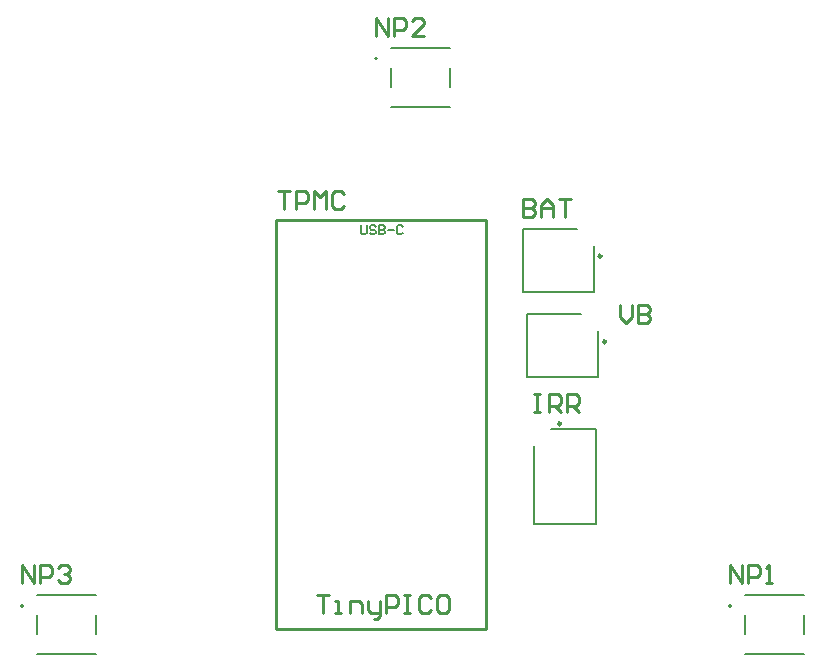
<source format=gbr>
%TF.GenerationSoftware,Altium Limited,Altium Designer,23.1.1 (15)*%
G04 Layer_Color=65535*
%FSLAX45Y45*%
%MOMM*%
%TF.SameCoordinates,4E948076-F00C-46A4-8CE1-B66C86AC089E*%
%TF.FilePolarity,Positive*%
%TF.FileFunction,Legend,Top*%
%TF.Part,Single*%
G01*
G75*
%TA.AperFunction,NonConductor*%
%ADD21C,0.25000*%
%ADD22C,0.20000*%
%ADD23C,0.12700*%
%ADD24C,0.25400*%
%ADD25C,0.15240*%
D21*
X5127500Y2854400D02*
G03*
X5127500Y2854400I-12500J0D01*
G01*
X5089400Y3578300D02*
G03*
X5089400Y3578300I-12500J0D01*
G01*
X4747100Y2158800D02*
G03*
X4747100Y2158800I-12500J0D01*
G01*
D22*
X6188200Y617200D02*
G03*
X6188200Y617200I-10000J0D01*
G01*
X3191000Y5252700D02*
G03*
X3191000Y5252700I-10000J0D01*
G01*
X193800Y617200D02*
G03*
X193800Y617200I-10000J0D01*
G01*
X4462501Y2554402D02*
Y3084398D01*
Y2554402D02*
X5062499D01*
Y2941899D01*
X4462501Y3084398D02*
X4920000D01*
X4424401Y3278302D02*
Y3808298D01*
Y3278302D02*
X5024399D01*
Y3665799D01*
X4424401Y3808298D02*
X4881900D01*
X4517100Y1311300D02*
X5047102D01*
Y2111299D01*
X4659600D02*
X5047102D01*
X4517100Y1311300D02*
Y1968800D01*
D23*
X6303198Y207198D02*
X6803202D01*
X6303198Y707202D02*
X6803202D01*
X6303198Y378551D02*
Y535849D01*
X6803202Y378551D02*
Y535849D01*
X3305998Y4842698D02*
X3806002D01*
X3305998Y5342702D02*
X3806002D01*
X3305998Y5014051D02*
Y5171349D01*
X3806002Y5014051D02*
Y5171349D01*
X308798Y207198D02*
X808802D01*
X308798Y707202D02*
X808802D01*
X308798Y378551D02*
Y535849D01*
X808802Y378551D02*
Y535849D01*
D24*
X2338070Y419735D02*
X4116070D01*
X2338070Y3886835D02*
X4116070D01*
X2338070Y419735D02*
Y3886835D01*
X4116070Y419735D02*
Y3886835D01*
X5245141Y3162275D02*
Y3060708D01*
X5295925Y3009925D01*
X5346708Y3060708D01*
Y3162275D01*
X5397492D02*
Y3009925D01*
X5473667D01*
X5499059Y3035317D01*
Y3060708D01*
X5473667Y3086100D01*
X5397492D01*
X5473667D01*
X5499059Y3111492D01*
Y3136883D01*
X5473667Y3162275D01*
X5397492D01*
X6182360Y810260D02*
Y962611D01*
X6283927Y810260D01*
Y962611D01*
X6334711Y810260D02*
Y962611D01*
X6410886D01*
X6436278Y937219D01*
Y886435D01*
X6410886Y861043D01*
X6334711D01*
X6487061Y810260D02*
X6537845D01*
X6512453D01*
Y962611D01*
X6487061Y937219D01*
X4429760Y4061411D02*
Y3909060D01*
X4505935D01*
X4531327Y3934452D01*
Y3959843D01*
X4505935Y3985235D01*
X4429760D01*
X4505935D01*
X4531327Y4010627D01*
Y4036019D01*
X4505935Y4061411D01*
X4429760D01*
X4582111Y3909060D02*
Y4010627D01*
X4632894Y4061411D01*
X4683678Y4010627D01*
Y3909060D01*
Y3985235D01*
X4582111D01*
X4734461Y4061411D02*
X4836029D01*
X4785245D01*
Y3909060D01*
X2349500Y4127451D02*
X2451067D01*
X2400283D01*
Y3975100D01*
X2501851D02*
Y4127451D01*
X2578026D01*
X2603418Y4102059D01*
Y4051275D01*
X2578026Y4025883D01*
X2501851D01*
X2654201Y3975100D02*
Y4127451D01*
X2704985Y4076667D01*
X2755769Y4127451D01*
Y3975100D01*
X2908119Y4102059D02*
X2882728Y4127451D01*
X2831944D01*
X2806552Y4102059D01*
Y4000492D01*
X2831944Y3975100D01*
X2882728D01*
X2908119Y4000492D01*
X2680970Y711769D02*
X2782537D01*
X2731753D01*
Y559418D01*
X2833321D02*
X2884104D01*
X2858713D01*
Y660986D01*
X2833321D01*
X2960280Y559418D02*
Y660986D01*
X3036455D01*
X3061847Y635594D01*
Y559418D01*
X3112630Y660986D02*
Y584810D01*
X3138022Y559418D01*
X3214198D01*
Y534027D01*
X3188806Y508635D01*
X3163414D01*
X3214198Y559418D02*
Y660986D01*
X3264981Y559418D02*
Y711769D01*
X3341156D01*
X3366548Y686377D01*
Y635594D01*
X3341156Y610202D01*
X3264981D01*
X3417332Y711769D02*
X3468115D01*
X3442724D01*
Y559418D01*
X3417332D01*
X3468115D01*
X3645858Y686377D02*
X3620466Y711769D01*
X3569682D01*
X3544291Y686377D01*
Y584810D01*
X3569682Y559418D01*
X3620466D01*
X3645858Y584810D01*
X3772817Y711769D02*
X3722033D01*
X3696641Y686377D01*
Y584810D01*
X3722033Y559418D01*
X3772817D01*
X3798209Y584810D01*
Y686377D01*
X3772817Y711769D01*
X4518660Y2412951D02*
X4569443D01*
X4544052D01*
Y2260600D01*
X4518660D01*
X4569443D01*
X4645619D02*
Y2412951D01*
X4721794D01*
X4747186Y2387559D01*
Y2336775D01*
X4721794Y2311383D01*
X4645619D01*
X4696402D02*
X4747186Y2260600D01*
X4797970D02*
Y2412951D01*
X4874145D01*
X4899537Y2387559D01*
Y2336775D01*
X4874145Y2311383D01*
X4797970D01*
X4848753D02*
X4899537Y2260600D01*
X3185160Y5445760D02*
Y5598111D01*
X3286727Y5445760D01*
Y5598111D01*
X3337511Y5445760D02*
Y5598111D01*
X3413686D01*
X3439078Y5572719D01*
Y5521935D01*
X3413686Y5496543D01*
X3337511D01*
X3591429Y5445760D02*
X3489861D01*
X3591429Y5547327D01*
Y5572719D01*
X3566037Y5598111D01*
X3515253D01*
X3489861Y5572719D01*
X187960Y810260D02*
Y962611D01*
X289527Y810260D01*
Y962611D01*
X340311Y810260D02*
Y962611D01*
X416486D01*
X441878Y937219D01*
Y886435D01*
X416486Y861043D01*
X340311D01*
X492661Y937219D02*
X518053Y962611D01*
X568837D01*
X594229Y937219D01*
Y911827D01*
X568837Y886435D01*
X543445D01*
X568837D01*
X594229Y861043D01*
Y835652D01*
X568837Y810260D01*
X518053D01*
X492661Y835652D01*
D25*
X3051810Y3838550D02*
Y3775071D01*
X3064506Y3762375D01*
X3089898D01*
X3102593Y3775071D01*
Y3838550D01*
X3178769Y3825854D02*
X3166073Y3838550D01*
X3140681D01*
X3127985Y3825854D01*
Y3813158D01*
X3140681Y3800463D01*
X3166073D01*
X3178769Y3787767D01*
Y3775071D01*
X3166073Y3762375D01*
X3140681D01*
X3127985Y3775071D01*
X3204161Y3838550D02*
Y3762375D01*
X3242249D01*
X3254944Y3775071D01*
Y3787767D01*
X3242249Y3800463D01*
X3204161D01*
X3242249D01*
X3254944Y3813158D01*
Y3825854D01*
X3242249Y3838550D01*
X3204161D01*
X3280336Y3800463D02*
X3331120D01*
X3407295Y3825854D02*
X3394599Y3838550D01*
X3369207D01*
X3356511Y3825854D01*
Y3775071D01*
X3369207Y3762375D01*
X3394599D01*
X3407295Y3775071D01*
%TF.MD5,a8b2c563a6853817df6fef2f477548e7*%
M02*

</source>
